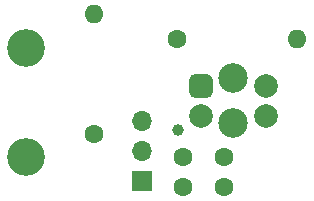
<source format=gbr>
%TF.GenerationSoftware,KiCad,Pcbnew,8.0.5*%
%TF.CreationDate,2024-09-27T23:05:58+12:00*%
%TF.ProjectId,LFR PCB,4c465220-5043-4422-9e6b-696361645f70,rev?*%
%TF.SameCoordinates,Original*%
%TF.FileFunction,Soldermask,Bot*%
%TF.FilePolarity,Negative*%
%FSLAX46Y46*%
G04 Gerber Fmt 4.6, Leading zero omitted, Abs format (unit mm)*
G04 Created by KiCad (PCBNEW 8.0.5) date 2024-09-27 23:05:58*
%MOMM*%
%LPD*%
G01*
G04 APERTURE LIST*
G04 Aperture macros list*
%AMRoundRect*
0 Rectangle with rounded corners*
0 $1 Rounding radius*
0 $2 $3 $4 $5 $6 $7 $8 $9 X,Y pos of 4 corners*
0 Add a 4 corners polygon primitive as box body*
4,1,4,$2,$3,$4,$5,$6,$7,$8,$9,$2,$3,0*
0 Add four circle primitives for the rounded corners*
1,1,$1+$1,$2,$3*
1,1,$1+$1,$4,$5*
1,1,$1+$1,$6,$7*
1,1,$1+$1,$8,$9*
0 Add four rect primitives between the rounded corners*
20,1,$1+$1,$2,$3,$4,$5,0*
20,1,$1+$1,$4,$5,$6,$7,0*
20,1,$1+$1,$6,$7,$8,$9,0*
20,1,$1+$1,$8,$9,$2,$3,0*%
G04 Aperture macros list end*
%ADD10C,1.600000*%
%ADD11O,1.600000X1.600000*%
%ADD12C,3.200000*%
%ADD13R,1.700000X1.700000*%
%ADD14O,1.700000X1.700000*%
%ADD15C,1.000000*%
%ADD16C,2.500000*%
%ADD17RoundRect,0.500000X-0.500000X-0.500000X0.500000X-0.500000X0.500000X0.500000X-0.500000X0.500000X0*%
%ADD18C,2.000000*%
G04 APERTURE END LIST*
D10*
%TO.C,C2*%
X244500000Y-82500000D03*
X244500000Y-80000000D03*
%TD*%
%TO.C,R1*%
X244000000Y-70000000D03*
D11*
X254160000Y-70000000D03*
%TD*%
D12*
%TO.C,H2*%
X231250000Y-70750000D03*
%TD*%
D10*
%TO.C,R2*%
X237000000Y-78000000D03*
D11*
X237000000Y-67840000D03*
%TD*%
D12*
%TO.C,H1*%
X231250000Y-80000000D03*
%TD*%
D10*
%TO.C,C1*%
X248000000Y-82500000D03*
X248000000Y-80000000D03*
%TD*%
D13*
%TO.C,J1*%
X241000000Y-82000000D03*
D14*
X241000000Y-79460000D03*
X241000000Y-76920000D03*
%TD*%
D15*
%TO.C,U4*%
X244100000Y-77680000D03*
D16*
X248750000Y-73330000D03*
X248750000Y-77130000D03*
D17*
X246000000Y-73960000D03*
D18*
X246000000Y-76500000D03*
X251500000Y-76500000D03*
X251500000Y-73960000D03*
%TD*%
M02*

</source>
